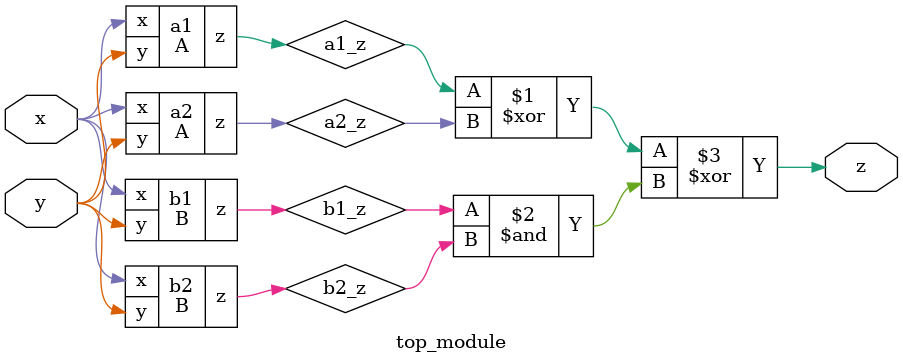
<source format=sv>
module A(input x, input y, output z);
    assign z = (x ^ y) & x;
endmodule
module B(input x, input y, output z);
    always @(*)
        case({x, y})
            2'b00: z = 1'b1;
            2'b01: z = 1'b0;
            2'b10: z = 1'b0;
            2'b11: z = 1'b1;
        endcase
endmodule
module top_module(
    input x,
    input y,
    output z);
    
    wire a1_z, a2_z, b1_z, b2_z;
    A a1(.x(x), .y(y), .z(a1_z));
    A a2(.x(x), .y(y), .z(a2_z));
    B b1(.x(x), .y(y), .z(b1_z));
    B b2(.x(x), .y(y), .z(b2_z));
    
    assign z = a1_z ^ a2_z ^ b1_z & b2_z;
    
endmodule

</source>
